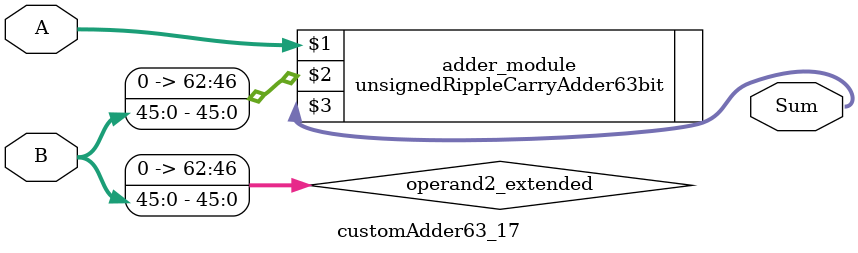
<source format=v>
module customAdder63_17(
                        input [62 : 0] A,
                        input [45 : 0] B,
                        
                        output [63 : 0] Sum
                );

        wire [62 : 0] operand2_extended;
        
        assign operand2_extended =  {17'b0, B};
        
        unsignedRippleCarryAdder63bit adder_module(
            A,
            operand2_extended,
            Sum
        );
        
        endmodule
        
</source>
